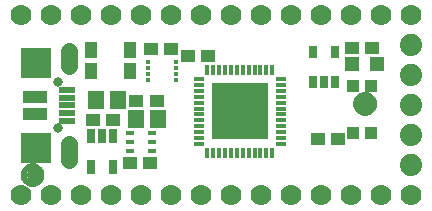
<source format=gbr>
G04 EAGLE Gerber RS-274X export*
G75*
%MOMM*%
%FSLAX34Y34*%
%LPD*%
%INSoldermask Top*%
%IPPOS*%
%AMOC8*
5,1,8,0,0,1.08239X$1,22.5*%
G01*
%ADD10R,1.341600X1.601600*%
%ADD11R,1.176600X1.101600*%
%ADD12R,1.301600X1.301600*%
%ADD13C,1.101600*%
%ADD14C,0.500000*%
%ADD15R,1.101600X1.101600*%
%ADD16C,0.801600*%
%ADD17R,2.514600X2.514600*%
%ADD18C,1.409600*%
%ADD19R,2.101600X1.101600*%
%ADD20R,1.450000X0.500000*%
%ADD21R,0.651600X1.301600*%
%ADD22R,0.351600X0.851600*%
%ADD23R,0.851600X0.351600*%
%ADD24R,4.801600X4.801600*%
%ADD25R,0.791600X1.091600*%
%ADD26R,1.011600X1.321600*%
%ADD27C,1.778000*%
%ADD28C,1.879600*%
%ADD29R,0.801600X0.451600*%
%ADD30R,0.451600X0.351600*%


D10*
X76275Y93110D03*
X95275Y93110D03*
D11*
X171185Y130980D03*
X154185Y130980D03*
D10*
X128915Y77320D03*
X109915Y77320D03*
D12*
X314250Y123590D03*
X293250Y123590D03*
D11*
X105038Y40271D03*
X122038Y40271D03*
X310125Y137160D03*
X293125Y137160D03*
D13*
X304165Y90170D03*
D14*
X311665Y90170D02*
X311663Y90351D01*
X311656Y90532D01*
X311645Y90713D01*
X311630Y90894D01*
X311610Y91074D01*
X311586Y91254D01*
X311558Y91433D01*
X311525Y91611D01*
X311488Y91788D01*
X311447Y91965D01*
X311402Y92140D01*
X311352Y92315D01*
X311298Y92488D01*
X311240Y92659D01*
X311178Y92830D01*
X311111Y92998D01*
X311041Y93165D01*
X310967Y93331D01*
X310888Y93494D01*
X310806Y93655D01*
X310720Y93815D01*
X310630Y93972D01*
X310536Y94127D01*
X310439Y94280D01*
X310337Y94430D01*
X310233Y94578D01*
X310124Y94724D01*
X310013Y94866D01*
X309897Y95006D01*
X309779Y95143D01*
X309657Y95278D01*
X309532Y95409D01*
X309404Y95537D01*
X309273Y95662D01*
X309138Y95784D01*
X309001Y95902D01*
X308861Y96018D01*
X308719Y96129D01*
X308573Y96238D01*
X308425Y96342D01*
X308275Y96444D01*
X308122Y96541D01*
X307967Y96635D01*
X307810Y96725D01*
X307650Y96811D01*
X307489Y96893D01*
X307326Y96972D01*
X307160Y97046D01*
X306993Y97116D01*
X306825Y97183D01*
X306654Y97245D01*
X306483Y97303D01*
X306310Y97357D01*
X306135Y97407D01*
X305960Y97452D01*
X305783Y97493D01*
X305606Y97530D01*
X305428Y97563D01*
X305249Y97591D01*
X305069Y97615D01*
X304889Y97635D01*
X304708Y97650D01*
X304527Y97661D01*
X304346Y97668D01*
X304165Y97670D01*
X311665Y90170D02*
X311663Y89989D01*
X311656Y89808D01*
X311645Y89627D01*
X311630Y89446D01*
X311610Y89266D01*
X311586Y89086D01*
X311558Y88907D01*
X311525Y88729D01*
X311488Y88552D01*
X311447Y88375D01*
X311402Y88200D01*
X311352Y88025D01*
X311298Y87852D01*
X311240Y87681D01*
X311178Y87510D01*
X311111Y87342D01*
X311041Y87175D01*
X310967Y87009D01*
X310888Y86846D01*
X310806Y86685D01*
X310720Y86525D01*
X310630Y86368D01*
X310536Y86213D01*
X310439Y86060D01*
X310337Y85910D01*
X310233Y85762D01*
X310124Y85616D01*
X310013Y85474D01*
X309897Y85334D01*
X309779Y85197D01*
X309657Y85062D01*
X309532Y84931D01*
X309404Y84803D01*
X309273Y84678D01*
X309138Y84556D01*
X309001Y84438D01*
X308861Y84322D01*
X308719Y84211D01*
X308573Y84102D01*
X308425Y83998D01*
X308275Y83896D01*
X308122Y83799D01*
X307967Y83705D01*
X307810Y83615D01*
X307650Y83529D01*
X307489Y83447D01*
X307326Y83368D01*
X307160Y83294D01*
X306993Y83224D01*
X306825Y83157D01*
X306654Y83095D01*
X306483Y83037D01*
X306310Y82983D01*
X306135Y82933D01*
X305960Y82888D01*
X305783Y82847D01*
X305606Y82810D01*
X305428Y82777D01*
X305249Y82749D01*
X305069Y82725D01*
X304889Y82705D01*
X304708Y82690D01*
X304527Y82679D01*
X304346Y82672D01*
X304165Y82670D01*
X303984Y82672D01*
X303803Y82679D01*
X303622Y82690D01*
X303441Y82705D01*
X303261Y82725D01*
X303081Y82749D01*
X302902Y82777D01*
X302724Y82810D01*
X302547Y82847D01*
X302370Y82888D01*
X302195Y82933D01*
X302020Y82983D01*
X301847Y83037D01*
X301676Y83095D01*
X301505Y83157D01*
X301337Y83224D01*
X301170Y83294D01*
X301004Y83368D01*
X300841Y83447D01*
X300680Y83529D01*
X300520Y83615D01*
X300363Y83705D01*
X300208Y83799D01*
X300055Y83896D01*
X299905Y83998D01*
X299757Y84102D01*
X299611Y84211D01*
X299469Y84322D01*
X299329Y84438D01*
X299192Y84556D01*
X299057Y84678D01*
X298926Y84803D01*
X298798Y84931D01*
X298673Y85062D01*
X298551Y85197D01*
X298433Y85334D01*
X298317Y85474D01*
X298206Y85616D01*
X298097Y85762D01*
X297993Y85910D01*
X297891Y86060D01*
X297794Y86213D01*
X297700Y86368D01*
X297610Y86525D01*
X297524Y86685D01*
X297442Y86846D01*
X297363Y87009D01*
X297289Y87175D01*
X297219Y87342D01*
X297152Y87510D01*
X297090Y87681D01*
X297032Y87852D01*
X296978Y88025D01*
X296928Y88200D01*
X296883Y88375D01*
X296842Y88552D01*
X296805Y88729D01*
X296772Y88907D01*
X296744Y89086D01*
X296720Y89266D01*
X296700Y89446D01*
X296685Y89627D01*
X296674Y89808D01*
X296667Y89989D01*
X296665Y90170D01*
X296667Y90351D01*
X296674Y90532D01*
X296685Y90713D01*
X296700Y90894D01*
X296720Y91074D01*
X296744Y91254D01*
X296772Y91433D01*
X296805Y91611D01*
X296842Y91788D01*
X296883Y91965D01*
X296928Y92140D01*
X296978Y92315D01*
X297032Y92488D01*
X297090Y92659D01*
X297152Y92830D01*
X297219Y92998D01*
X297289Y93165D01*
X297363Y93331D01*
X297442Y93494D01*
X297524Y93655D01*
X297610Y93815D01*
X297700Y93972D01*
X297794Y94127D01*
X297891Y94280D01*
X297993Y94430D01*
X298097Y94578D01*
X298206Y94724D01*
X298317Y94866D01*
X298433Y95006D01*
X298551Y95143D01*
X298673Y95278D01*
X298798Y95409D01*
X298926Y95537D01*
X299057Y95662D01*
X299192Y95784D01*
X299329Y95902D01*
X299469Y96018D01*
X299611Y96129D01*
X299757Y96238D01*
X299905Y96342D01*
X300055Y96444D01*
X300208Y96541D01*
X300363Y96635D01*
X300520Y96725D01*
X300680Y96811D01*
X300841Y96893D01*
X301004Y96972D01*
X301170Y97046D01*
X301337Y97116D01*
X301505Y97183D01*
X301676Y97245D01*
X301847Y97303D01*
X302020Y97357D01*
X302195Y97407D01*
X302370Y97452D01*
X302547Y97493D01*
X302724Y97530D01*
X302902Y97563D01*
X303081Y97591D01*
X303261Y97615D01*
X303441Y97635D01*
X303622Y97650D01*
X303803Y97661D01*
X303984Y97668D01*
X304165Y97670D01*
D13*
X22697Y29915D03*
D14*
X30197Y29915D02*
X30195Y30096D01*
X30188Y30277D01*
X30177Y30458D01*
X30162Y30639D01*
X30142Y30819D01*
X30118Y30999D01*
X30090Y31178D01*
X30057Y31356D01*
X30020Y31533D01*
X29979Y31710D01*
X29934Y31885D01*
X29884Y32060D01*
X29830Y32233D01*
X29772Y32404D01*
X29710Y32575D01*
X29643Y32743D01*
X29573Y32910D01*
X29499Y33076D01*
X29420Y33239D01*
X29338Y33400D01*
X29252Y33560D01*
X29162Y33717D01*
X29068Y33872D01*
X28971Y34025D01*
X28869Y34175D01*
X28765Y34323D01*
X28656Y34469D01*
X28545Y34611D01*
X28429Y34751D01*
X28311Y34888D01*
X28189Y35023D01*
X28064Y35154D01*
X27936Y35282D01*
X27805Y35407D01*
X27670Y35529D01*
X27533Y35647D01*
X27393Y35763D01*
X27251Y35874D01*
X27105Y35983D01*
X26957Y36087D01*
X26807Y36189D01*
X26654Y36286D01*
X26499Y36380D01*
X26342Y36470D01*
X26182Y36556D01*
X26021Y36638D01*
X25858Y36717D01*
X25692Y36791D01*
X25525Y36861D01*
X25357Y36928D01*
X25186Y36990D01*
X25015Y37048D01*
X24842Y37102D01*
X24667Y37152D01*
X24492Y37197D01*
X24315Y37238D01*
X24138Y37275D01*
X23960Y37308D01*
X23781Y37336D01*
X23601Y37360D01*
X23421Y37380D01*
X23240Y37395D01*
X23059Y37406D01*
X22878Y37413D01*
X22697Y37415D01*
X30197Y29915D02*
X30195Y29734D01*
X30188Y29553D01*
X30177Y29372D01*
X30162Y29191D01*
X30142Y29011D01*
X30118Y28831D01*
X30090Y28652D01*
X30057Y28474D01*
X30020Y28297D01*
X29979Y28120D01*
X29934Y27945D01*
X29884Y27770D01*
X29830Y27597D01*
X29772Y27426D01*
X29710Y27255D01*
X29643Y27087D01*
X29573Y26920D01*
X29499Y26754D01*
X29420Y26591D01*
X29338Y26430D01*
X29252Y26270D01*
X29162Y26113D01*
X29068Y25958D01*
X28971Y25805D01*
X28869Y25655D01*
X28765Y25507D01*
X28656Y25361D01*
X28545Y25219D01*
X28429Y25079D01*
X28311Y24942D01*
X28189Y24807D01*
X28064Y24676D01*
X27936Y24548D01*
X27805Y24423D01*
X27670Y24301D01*
X27533Y24183D01*
X27393Y24067D01*
X27251Y23956D01*
X27105Y23847D01*
X26957Y23743D01*
X26807Y23641D01*
X26654Y23544D01*
X26499Y23450D01*
X26342Y23360D01*
X26182Y23274D01*
X26021Y23192D01*
X25858Y23113D01*
X25692Y23039D01*
X25525Y22969D01*
X25357Y22902D01*
X25186Y22840D01*
X25015Y22782D01*
X24842Y22728D01*
X24667Y22678D01*
X24492Y22633D01*
X24315Y22592D01*
X24138Y22555D01*
X23960Y22522D01*
X23781Y22494D01*
X23601Y22470D01*
X23421Y22450D01*
X23240Y22435D01*
X23059Y22424D01*
X22878Y22417D01*
X22697Y22415D01*
X22516Y22417D01*
X22335Y22424D01*
X22154Y22435D01*
X21973Y22450D01*
X21793Y22470D01*
X21613Y22494D01*
X21434Y22522D01*
X21256Y22555D01*
X21079Y22592D01*
X20902Y22633D01*
X20727Y22678D01*
X20552Y22728D01*
X20379Y22782D01*
X20208Y22840D01*
X20037Y22902D01*
X19869Y22969D01*
X19702Y23039D01*
X19536Y23113D01*
X19373Y23192D01*
X19212Y23274D01*
X19052Y23360D01*
X18895Y23450D01*
X18740Y23544D01*
X18587Y23641D01*
X18437Y23743D01*
X18289Y23847D01*
X18143Y23956D01*
X18001Y24067D01*
X17861Y24183D01*
X17724Y24301D01*
X17589Y24423D01*
X17458Y24548D01*
X17330Y24676D01*
X17205Y24807D01*
X17083Y24942D01*
X16965Y25079D01*
X16849Y25219D01*
X16738Y25361D01*
X16629Y25507D01*
X16525Y25655D01*
X16423Y25805D01*
X16326Y25958D01*
X16232Y26113D01*
X16142Y26270D01*
X16056Y26430D01*
X15974Y26591D01*
X15895Y26754D01*
X15821Y26920D01*
X15751Y27087D01*
X15684Y27255D01*
X15622Y27426D01*
X15564Y27597D01*
X15510Y27770D01*
X15460Y27945D01*
X15415Y28120D01*
X15374Y28297D01*
X15337Y28474D01*
X15304Y28652D01*
X15276Y28831D01*
X15252Y29011D01*
X15232Y29191D01*
X15217Y29372D01*
X15206Y29553D01*
X15199Y29734D01*
X15197Y29915D01*
X15199Y30096D01*
X15206Y30277D01*
X15217Y30458D01*
X15232Y30639D01*
X15252Y30819D01*
X15276Y30999D01*
X15304Y31178D01*
X15337Y31356D01*
X15374Y31533D01*
X15415Y31710D01*
X15460Y31885D01*
X15510Y32060D01*
X15564Y32233D01*
X15622Y32404D01*
X15684Y32575D01*
X15751Y32743D01*
X15821Y32910D01*
X15895Y33076D01*
X15974Y33239D01*
X16056Y33400D01*
X16142Y33560D01*
X16232Y33717D01*
X16326Y33872D01*
X16423Y34025D01*
X16525Y34175D01*
X16629Y34323D01*
X16738Y34469D01*
X16849Y34611D01*
X16965Y34751D01*
X17083Y34888D01*
X17205Y35023D01*
X17330Y35154D01*
X17458Y35282D01*
X17589Y35407D01*
X17724Y35529D01*
X17861Y35647D01*
X18001Y35763D01*
X18143Y35874D01*
X18289Y35983D01*
X18437Y36087D01*
X18587Y36189D01*
X18740Y36286D01*
X18895Y36380D01*
X19052Y36470D01*
X19212Y36556D01*
X19373Y36638D01*
X19536Y36717D01*
X19702Y36791D01*
X19869Y36861D01*
X20037Y36928D01*
X20208Y36990D01*
X20379Y37048D01*
X20552Y37102D01*
X20727Y37152D01*
X20902Y37197D01*
X21079Y37238D01*
X21256Y37275D01*
X21434Y37308D01*
X21613Y37336D01*
X21793Y37360D01*
X21973Y37380D01*
X22154Y37395D01*
X22335Y37406D01*
X22516Y37413D01*
X22697Y37415D01*
D15*
X309625Y65725D03*
X293625Y65725D03*
X293625Y105725D03*
X309625Y105725D03*
D16*
X44450Y108400D03*
X44450Y69400D03*
D17*
X25450Y52900D03*
X25450Y124900D03*
D18*
X53450Y121900D02*
X53450Y134980D01*
X53450Y55900D02*
X53450Y42820D01*
D19*
X24450Y96400D03*
X24450Y81400D03*
D20*
X52200Y101900D03*
X52200Y95400D03*
X52200Y88900D03*
X52200Y82400D03*
X52200Y75900D03*
D21*
X90780Y63166D03*
X81280Y63166D03*
X71780Y63166D03*
X71780Y37164D03*
X90780Y37164D03*
D22*
X170620Y49070D03*
X175620Y49070D03*
X180620Y49070D03*
X185620Y49070D03*
X190620Y49070D03*
X195620Y49070D03*
X200620Y49070D03*
X205620Y49070D03*
X210620Y49070D03*
X215620Y49070D03*
X220620Y49070D03*
D23*
X232870Y56320D03*
X232870Y61320D03*
X232870Y66320D03*
X232870Y71320D03*
X232870Y76320D03*
X232870Y81320D03*
X232870Y86320D03*
X232870Y91320D03*
X232870Y96320D03*
X232870Y101320D03*
X232870Y106320D03*
D22*
X225620Y118570D03*
X220620Y118570D03*
X215620Y118570D03*
X210620Y118570D03*
X205620Y118570D03*
X200620Y118570D03*
X195620Y118570D03*
X190620Y118570D03*
X185620Y118570D03*
X180620Y118570D03*
X175620Y118570D03*
D23*
X163370Y111320D03*
X163370Y106320D03*
X163370Y101320D03*
X163370Y96320D03*
X163370Y91320D03*
X163370Y86320D03*
X163370Y81320D03*
X163370Y76320D03*
X163370Y71320D03*
X163370Y66320D03*
X163370Y61320D03*
D24*
X198120Y83820D03*
D22*
X225620Y49070D03*
D23*
X232870Y111320D03*
D22*
X170620Y118570D03*
D23*
X163370Y56320D03*
D11*
X127626Y92710D03*
X110626Y92710D03*
X263915Y60325D03*
X280915Y60325D03*
X90415Y76835D03*
X73415Y76835D03*
D25*
X259740Y108385D03*
X269240Y108385D03*
X278740Y108385D03*
X278740Y134285D03*
X259740Y134285D03*
D26*
X105275Y135890D03*
X72525Y135890D03*
D27*
X12700Y165100D03*
X38100Y165100D03*
X63500Y165100D03*
X88900Y165100D03*
X114300Y165100D03*
X139700Y165100D03*
X165100Y165100D03*
X190500Y165100D03*
X215900Y165100D03*
X241300Y165100D03*
X266700Y165100D03*
X292100Y165100D03*
X317500Y165100D03*
X342900Y165100D03*
X342900Y12700D03*
X317500Y12700D03*
X292100Y12700D03*
X266700Y12700D03*
X241300Y12700D03*
X215900Y12700D03*
X190500Y12700D03*
X165100Y12700D03*
X139700Y12700D03*
X114300Y12700D03*
X88900Y12700D03*
X63500Y12700D03*
X38100Y12700D03*
X12700Y12700D03*
D26*
X105275Y118110D03*
X72525Y118110D03*
D28*
X342900Y38100D03*
X342900Y63500D03*
X342900Y88900D03*
X342900Y114300D03*
X342900Y139700D03*
D29*
X123800Y50285D03*
X123800Y57785D03*
X123800Y65285D03*
X104800Y65285D03*
X104800Y57785D03*
X104800Y50285D03*
D30*
X120080Y125610D03*
X120080Y120610D03*
X120080Y115610D03*
X120080Y110610D03*
X144080Y125610D03*
X144080Y120610D03*
X144080Y115610D03*
X144080Y110610D03*
D11*
X139945Y136525D03*
X122945Y136525D03*
M02*

</source>
